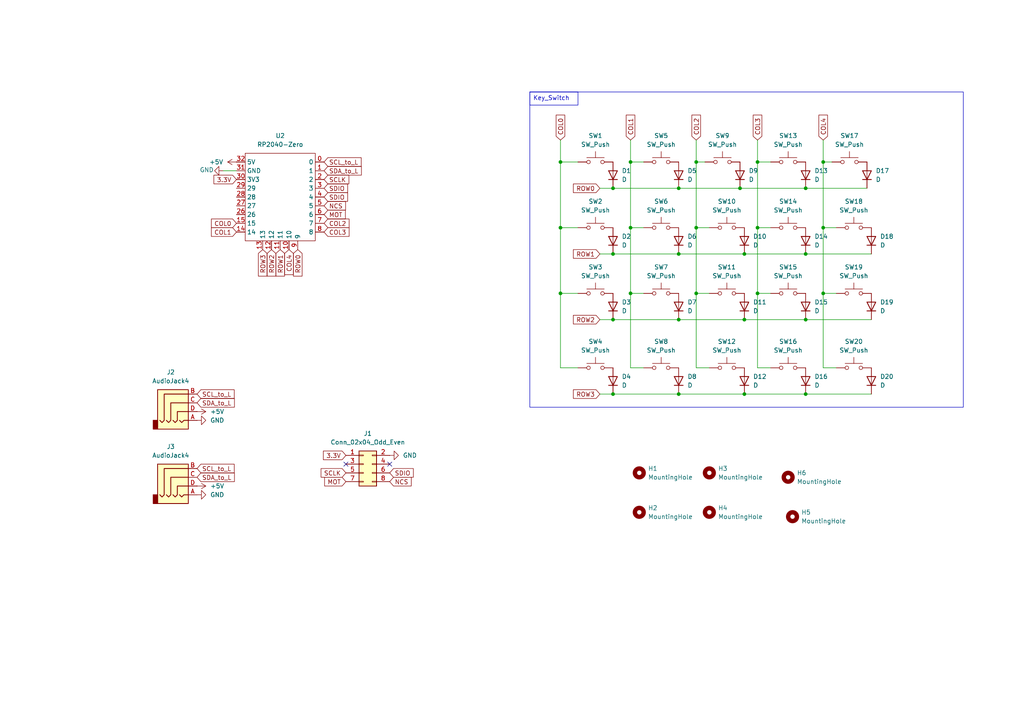
<source format=kicad_sch>
(kicad_sch (version 20250114) (generator "eeschema") (generator_version "9.0")
  (paper "A4")
  (lib_symbols
    (symbol "Connector_Audio:AudioJack4"
      (property "Reference" "J2" (at -2.54 8.89 0))
      (property "Value" "AudioJack4" (at -2.54 6.35 0))
      (symbol "AudioJack4_0_1"
        (rectangle (start -6.35 -5.08) (end -7.62 -7.62) (stroke (width 0.254)) (fill (type outline)))
        (polyline (pts (xy -5.715 -5.08) (xy -5.08 -5.715) (xy -4.445 -5.08) (xy -4.445 2.54) (xy 2.54 2.54)) (stroke (width 0.254)))
        (polyline (pts (xy -1.905 -5.08) (xy -1.27 -5.715) (xy -0.635 -5.08) (xy -0.635 -2.54) (xy 2.54 -2.54)) (stroke (width 0.254)))
        (polyline (pts (xy 0 -5.08) (xy 0.635 -5.715) (xy 1.27 -5.08) (xy 2.54 -5.08)) (stroke (width 0.254)))
        (rectangle (start 2.54 3.81) (end -6.35 -7.62) (stroke (width 0.254)) (fill (type background)))
        (polyline (pts (xy 2.54 0) (xy -2.54 0) (xy -2.54 -5.08) (xy -3.175 -5.715) (xy -3.81 -5.08)) (stroke (width 0.254)))
      )
      (symbol "AudioJack4_1_1"
        (pin passive line (at 5.08 2.54 180) (length 2.54) (name "~") (number "B"))
        (pin passive line (at 5.08 0 180) (length 2.54) (name "~") (number "C"))
        (pin passive line (at 5.08 -2.54 180) (length 2.54) (name "~") (number "D"))
        (pin passive line (at 5.08 -5.08 180) (length 2.54) (name "~") (number "A"))
      )
    )
    (symbol "Connector_Generic:Conn_02x04_Odd_Even" (pin_names (offset 1.016) (hide yes))
      (property "Reference" "J" (at 1.27 5.08 0))
      (property "Value" "Conn_02x04_Odd_Even" (at 1.27 -7.62 0))
      (symbol "Conn_02x04_Odd_Even_1_1"
        (rectangle (start -1.27 3.81) (end 3.81 -6.35) (stroke (width 0.254)) (fill (type background)))
        (rectangle (start -1.27 2.667) (end 0 2.413) (stroke (width 0.1524)))
        (rectangle (start -1.27 0.127) (end 0 -0.127) (stroke (width 0.1524)))
        (rectangle (start -1.27 -2.413) (end 0 -2.667) (stroke (width 0.1524)))
        (rectangle (start -1.27 -4.953) (end 0 -5.207) (stroke (width 0.1524)))
        (rectangle (start 3.81 2.667) (end 2.54 2.413) (stroke (width 0.1524)))
        (rectangle (start 3.81 0.127) (end 2.54 -0.127) (stroke (width 0.1524)))
        (rectangle (start 3.81 -2.413) (end 2.54 -2.667) (stroke (width 0.1524)))
        (rectangle (start 3.81 -4.953) (end 2.54 -5.207) (stroke (width 0.1524)))
        (pin passive line (at -5.08 2.54 0) (length 3.81) (name "Pin_1") (number "1"))
        (pin passive line (at -5.08 0 0) (length 3.81) (name "Pin_3") (number "3"))
        (pin passive line (at -5.08 -2.54 0) (length 3.81) (name "Pin_5") (number "5"))
        (pin passive line (at -5.08 -5.08 0) (length 3.81) (name "Pin_7") (number "7"))
        (pin passive line (at 7.62 2.54 180) (length 3.81) (name "Pin_2") (number "2"))
        (pin passive line (at 7.62 0 180) (length 3.81) (name "Pin_4") (number "4"))
        (pin passive line (at 7.62 -2.54 180) (length 3.81) (name "Pin_6") (number "6"))
        (pin passive line (at 7.62 -5.08 180) (length 3.81) (name "Pin_8") (number "8"))
      )
    )
    (symbol "Device:D" (pin_numbers (hide yes)) (pin_names (offset 1.016) (hide yes))
      (property "Reference" "D" (at 0 2.54 0))
      (property "Value" "D" (at 0 -2.54 0))
      (symbol "D_0_1"
        (polyline (pts (xy -1.27 1.27) (xy -1.27 -1.27)) (stroke (width 0.254)))
        (polyline (pts (xy 1.27 1.27) (xy 1.27 -1.27) (xy -1.27 0) (xy 1.27 1.27)) (stroke (width 0.254)))
        (polyline (pts (xy 1.27 0) (xy -1.27 0)))
      )
      (symbol "D_1_1"
        (pin passive line (at -3.81 0 0) (length 2.54) (name "K") (number "1"))
        (pin passive line (at 3.81 0 180) (length 2.54) (name "A") (number "2"))
      )
    )
    (symbol "GND_1" (power) (pin_numbers (hide yes)) (pin_names (offset 0) (hide yes))
      (property "Value" "GND" (at 0 -3.81 0))
      (symbol "GND_1_0_1"
        (polyline (pts (xy 0 0) (xy 0 -1.27) (xy 1.27 -1.27) (xy 0 -2.54) (xy -1.27 -1.27) (xy 0 -1.27)))
      )
      (symbol "GND_1_1_1"
        (pin power_in line (at 0 0 270) (length 0) (name "~") (number "1"))
      )
    )
    (symbol "GND_2" (power) (pin_numbers (hide yes)) (pin_names (offset 0) (hide yes))
      (property "Value" "GND" (at 0 -3.81 0))
      (symbol "GND_2_0_1"
        (polyline (pts (xy 0 0) (xy 0 -1.27) (xy 1.27 -1.27) (xy 0 -2.54) (xy -1.27 -1.27) (xy 0 -1.27)))
      )
      (symbol "GND_2_1_1"
        (pin power_in line (at 0 0 270) (length 0) (name "~") (number "1"))
      )
    )
    (symbol "Mechanical:MountingHole" (pin_names (offset 1.016))
      (property "Reference" "H" (at 0 5.08 0))
      (property "Value" "MountingHole" (at 0 3.175 0))
      (symbol "MountingHole_0_1"
        (circle (center 0 0) (radius 1.27) (stroke (width 1.27)))
      )
    )
    (symbol "MountingHole_1" (pin_names (offset 1.016)) (in_bom no)
      (property "Reference" "H" (at 0 5.08 0))
      (property "Value" "MountingHole" (at 0 3.175 0))
      (symbol "MountingHole_1_0_1"
        (circle (center 0 0) (radius 1.27) (stroke (width 1.27)))
      )
    )
    (symbol "Switch:SW_Push" (pin_numbers (hide yes)) (pin_names (offset 1.016) (hide yes))
      (property "Reference" "SW" (at 1.27 2.54 0))
      (property "Value" "SW_Push" (at 0 -1.524 0))
      (symbol "SW_Push_0_1"
        (circle (center -2.032 0) (radius 0.508))
        (polyline (pts (xy 0 1.27) (xy 0 3.048)))
        (circle (center 2.032 0) (radius 0.508))
        (polyline (pts (xy 2.54 1.27) (xy -2.54 1.27)))
        (pin passive line (at -5.08 0 0) (length 2.54) (name "1") (number "1"))
        (pin passive line (at 5.08 0 180) (length 2.54) (name "2") (number "2"))
      )
    )
    (symbol "isw-mcu:RP2040-Zero"
      (property "Reference" "U" (at 0 17.78 0))
      (property "Value" "RP2040-Zero" (at 0 15.24 0))
      (symbol "RP2040-Zero_0_1"
        (rectangle (start -10.16 12.7) (end 10.16 -12.7))
      )
      (symbol "RP2040-Zero_1_1"
        (pin power_out line (at -12.7 10.16 0) (length 2.54) (name "5V") (number "32"))
        (pin power_in line (at -12.7 7.62 0) (length 2.54) (name "GND") (number "31"))
        (pin power_out line (at -12.7 5.08 0) (length 2.54) (name "3V3") (number "30"))
        (pin bidirectional line (at -12.7 2.54 0) (length 2.54) (name "29") (number "29"))
        (pin bidirectional line (at -12.7 0 0) (length 2.54) (name "28") (number "28"))
        (pin bidirectional line (at -12.7 -2.54 0) (length 2.54) (name "27") (number "27"))
        (pin bidirectional line (at -12.7 -5.08 0) (length 2.54) (name "26") (number "26"))
        (pin bidirectional line (at -12.7 -7.62 0) (length 2.54) (name "15") (number "15"))
        (pin bidirectional line (at -12.7 -10.16 0) (length 2.54) (name "14") (number "14"))
        (pin bidirectional line (at -5.08 -15.24 90) (length 2.54) (name "13") (number "13"))
        (pin bidirectional line (at -2.54 -15.24 90) (length 2.54) (name "12") (number "12"))
        (pin bidirectional line (at 0 -15.24 90) (length 2.54) (name "11") (number "11"))
        (pin bidirectional line (at 2.54 -15.24 90) (length 2.54) (name "10") (number "10"))
        (pin bidirectional line (at 5.08 -15.24 90) (length 2.54) (name "9") (number "9"))
        (pin tri_state line (at 12.7 10.16 180) (length 2.54) (name "0") (number "0"))
        (pin bidirectional line (at 12.7 7.62 180) (length 2.54) (name "1") (number "1"))
        (pin bidirectional line (at 12.7 5.08 180) (length 2.54) (name "2") (number "2"))
        (pin bidirectional line (at 12.7 2.54 180) (length 2.54) (name "3") (number "3"))
        (pin bidirectional line (at 12.7 0 180) (length 2.54) (name "4") (number "4"))
        (pin bidirectional line (at 12.7 -2.54 180) (length 2.54) (name "5") (number "5"))
        (pin bidirectional line (at 12.7 -5.08 180) (length 2.54) (name "6") (number "6"))
        (pin bidirectional line (at 12.7 -7.62 180) (length 2.54) (name "7") (number "7"))
        (pin bidirectional line (at 12.7 -10.16 180) (length 2.54) (name "8") (number "8"))
      )
    )
    (symbol "power:+5V" (power) (pin_numbers (hide yes)) (pin_names (offset 0) (hide yes))
      (property "Value" "+5V" (at 0 3.556 0))
      (symbol "+5V_0_1"
        (polyline (pts (xy -0.762 1.27) (xy 0 2.54)))
        (polyline (pts (xy 0 2.54) (xy 0.762 1.27)))
        (polyline (pts (xy 0 0) (xy 0 2.54)))
      )
      (symbol "+5V_1_1"
        (pin power_in line (at 0 0 90) (length 0) (name "~") (number "1"))
      )
    )
    (symbol "power:GND" (power) (pin_names (offset 0))
      (property "Value" "GND" (at 0 -3.81 0))
      (symbol "GND_0_1"
        (polyline (pts (xy 0 0) (xy 0 -1.27) (xy 1.27 -1.27) (xy 0 -2.54) (xy -1.27 -1.27) (xy 0 -1.27)))
      )
      (symbol "GND_1_1"
        (pin power_in line (at 0 0 270) (length 0) (hide yes) (name "GND") (number "1"))
      )
    )
  )
  (rectangle (start 153.67 26.67) (end 279.4 118.11))
  (text_box "Key_Switch" (at 153.67 26.67 0) (size 13.97 3.81) (margins 0.9525 0.9525 0.9525 0.9525) (effects (font (size 1.27 1.27)) (justify left top)))
  (junction (at 201.93 46.99))
  (junction (at 177.8 54.61))
  (junction (at 196.85 54.61))
  (junction (at 238.76 85.09))
  (junction (at 201.93 66.04))
  (junction (at 162.56 85.09))
  (junction (at 196.85 73.66))
  (junction (at 215.9 92.71))
  (junction (at 162.56 46.99))
  (junction (at 196.85 92.71))
  (junction (at 201.93 85.09))
  (junction (at 182.88 85.09))
  (junction (at 182.88 46.99))
  (junction (at 219.71 66.04))
  (junction (at 233.68 73.66))
  (junction (at 177.8 73.66))
  (junction (at 196.85 114.3))
  (junction (at 219.71 46.99))
  (junction (at 233.68 54.61))
  (junction (at 233.68 114.3))
  (junction (at 182.88 66.04))
  (junction (at 177.8 92.71))
  (junction (at 219.71 85.09))
  (junction (at 177.8 114.3))
  (junction (at 238.76 46.99))
  (junction (at 233.68 92.71))
  (junction (at 162.56 66.04))
  (junction (at 214.63 54.61))
  (junction (at 215.9 73.66))
  (junction (at 215.9 114.3))
  (junction (at 238.76 66.04))
  (no_connect (at 113.03 134.62))
  (no_connect (at 100.33 134.62))
  (wire (pts (xy 182.88 40.64) (xy 182.88 46.99)))
  (wire (pts (xy 162.56 106.68) (xy 167.64 106.68)))
  (wire (pts (xy 182.88 46.99) (xy 186.69 46.99)))
  (wire (pts (xy 215.9 92.71) (xy 233.68 92.71)))
  (wire (pts (xy 219.71 106.68) (xy 223.52 106.68)))
  (wire (pts (xy 182.88 85.09) (xy 186.69 85.09)))
  (wire (pts (xy 64.77 49.53) (xy 68.58 49.53)))
  (wire (pts (xy 201.93 66.04) (xy 205.74 66.04)))
  (wire (pts (xy 238.76 85.09) (xy 242.57 85.09)))
  (wire (pts (xy 215.9 114.3) (xy 233.68 114.3)))
  (wire (pts (xy 238.76 66.04) (xy 238.76 85.09)))
  (wire (pts (xy 233.68 92.71) (xy 252.73 92.71)))
  (wire (pts (xy 162.56 85.09) (xy 162.56 106.68)))
  (wire (pts (xy 173.99 54.61) (xy 177.8 54.61)))
  (wire (pts (xy 201.93 85.09) (xy 201.93 106.68)))
  (wire (pts (xy 182.88 66.04) (xy 182.88 85.09)))
  (wire (pts (xy 162.56 40.64) (xy 162.56 46.99)))
  (wire (pts (xy 238.76 46.99) (xy 238.76 66.04)))
  (wire (pts (xy 177.8 73.66) (xy 196.85 73.66)))
  (wire (pts (xy 182.88 66.04) (xy 186.69 66.04)))
  (wire (pts (xy 162.56 66.04) (xy 162.56 85.09)))
  (wire (pts (xy 177.8 54.61) (xy 196.85 54.61)))
  (wire (pts (xy 233.68 73.66) (xy 252.73 73.66)))
  (wire (pts (xy 162.56 66.04) (xy 167.64 66.04)))
  (wire (pts (xy 201.93 46.99) (xy 201.93 66.04)))
  (wire (pts (xy 219.71 85.09) (xy 223.52 85.09)))
  (wire (pts (xy 238.76 106.68) (xy 242.57 106.68)))
  (wire (pts (xy 173.99 73.66) (xy 177.8 73.66)))
  (wire (pts (xy 201.93 40.64) (xy 201.93 46.99)))
  (wire (pts (xy 196.85 54.61) (xy 214.63 54.61)))
  (wire (pts (xy 219.71 66.04) (xy 219.71 85.09)))
  (wire (pts (xy 182.88 106.68) (xy 186.69 106.68)))
  (wire (pts (xy 173.99 114.3) (xy 177.8 114.3)))
  (wire (pts (xy 201.93 106.68) (xy 205.74 106.68)))
  (wire (pts (xy 162.56 46.99) (xy 167.64 46.99)))
  (wire (pts (xy 219.71 40.64) (xy 219.71 46.99)))
  (wire (pts (xy 238.76 40.64) (xy 238.76 46.99)))
  (wire (pts (xy 182.88 85.09) (xy 182.88 106.68)))
  (wire (pts (xy 215.9 73.66) (xy 233.68 73.66)))
  (wire (pts (xy 173.99 92.71) (xy 177.8 92.71)))
  (wire (pts (xy 162.56 46.99) (xy 162.56 66.04)))
  (wire (pts (xy 201.93 66.04) (xy 201.93 85.09)))
  (wire (pts (xy 219.71 66.04) (xy 223.52 66.04)))
  (wire (pts (xy 215.9 114.3) (xy 196.85 114.3)))
  (wire (pts (xy 196.85 92.71) (xy 215.9 92.71)))
  (wire (pts (xy 177.8 114.3) (xy 196.85 114.3)))
  (wire (pts (xy 238.76 46.99) (xy 241.3 46.99)))
  (wire (pts (xy 182.88 46.99) (xy 182.88 66.04)))
  (wire (pts (xy 201.93 46.99) (xy 204.47 46.99)))
  (wire (pts (xy 201.93 85.09) (xy 205.74 85.09)))
  (wire (pts (xy 233.68 114.3) (xy 252.73 114.3)))
  (wire (pts (xy 238.76 66.04) (xy 242.57 66.04)))
  (wire (pts (xy 214.63 54.61) (xy 233.68 54.61)))
  (wire (pts (xy 177.8 92.71) (xy 196.85 92.71)))
  (wire (pts (xy 238.76 85.09) (xy 238.76 106.68)))
  (wire (pts (xy 162.56 85.09) (xy 167.64 85.09)))
  (wire (pts (xy 219.71 85.09) (xy 219.71 106.68)))
  (wire (pts (xy 219.71 46.99) (xy 223.52 46.99)))
  (wire (pts (xy 233.68 54.61) (xy 251.46 54.61)))
  (wire (pts (xy 196.85 73.66) (xy 215.9 73.66)))
  (wire (pts (xy 219.71 46.99) (xy 219.71 66.04)))
  (global_label "ROW2" (shape input) (at 173.99 92.71 180) (property "Intersheetrefs" "${INTERSHEET_REFS}" (effects (hide yes))))
  (global_label "COL3" (shape input) (at 93.98 67.31 0) (property "Intersheetrefs" "${INTERSHEET_REFS}" (effects (hide yes))))
  (global_label "SDA_to_L" (shape input) (at 57.15 138.43 0) (property "Intersheetrefs" "${INTERSHEET_REFS}" (effects (hide yes))))
  (global_label "MOT" (shape input) (at 100.33 139.7 180) (property "Intersheetrefs" "${INTERSHEET_REFS}" (effects (hide yes))))
  (global_label "COL1" (shape input) (at 182.88 40.64 90) (property "Intersheetrefs" "${INTERSHEET_REFS}" (effects (hide yes))))
  (global_label "3.3V" (shape input) (at 100.33 132.08 180) (property "Intersheetrefs" "${INTERSHEET_REFS}" (effects (hide yes))))
  (global_label "COL2" (shape input) (at 93.98 64.77 0) (property "Intersheetrefs" "${INTERSHEET_REFS}" (effects (hide yes))))
  (global_label "ROW1" (shape input) (at 81.28 72.39 270) (property "Intersheetrefs" "${INTERSHEET_REFS}" (effects (hide yes))))
  (global_label "COL2" (shape input) (at 201.93 40.64 90) (property "Intersheetrefs" "${INTERSHEET_REFS}" (effects (hide yes))))
  (global_label "SCL_to_L" (shape input) (at 57.15 114.3 0) (property "Intersheetrefs" "${INTERSHEET_REFS}" (effects (hide yes))))
  (global_label "SDA_to_L" (shape input) (at 57.15 116.84 0) (property "Intersheetrefs" "${INTERSHEET_REFS}" (effects (hide yes))))
  (global_label "SDA_to_L" (shape input) (at 93.98 49.53 0) (property "Intersheetrefs" "${INTERSHEET_REFS}" (effects (hide yes))))
  (global_label "ROW0" (shape input) (at 173.99 54.61 180) (property "Intersheetrefs" "${INTERSHEET_REFS}" (effects (hide yes))))
  (global_label "COL3" (shape input) (at 219.71 40.64 90) (property "Intersheetrefs" "${INTERSHEET_REFS}" (effects (hide yes))))
  (global_label "COL1" (shape input) (at 68.58 67.31 180) (property "Intersheetrefs" "${INTERSHEET_REFS}" (effects (hide yes))))
  (global_label "ROW3" (shape input) (at 173.99 114.3 180) (property "Intersheetrefs" "${INTERSHEET_REFS}" (effects (hide yes))))
  (global_label "ROW0" (shape input) (at 86.36 72.39 270) (property "Intersheetrefs" "${INTERSHEET_REFS}" (effects (hide yes))))
  (global_label "ROW1" (shape input) (at 173.99 73.66 180) (property "Intersheetrefs" "${INTERSHEET_REFS}" (effects (hide yes))))
  (global_label "ROW3" (shape input) (at 76.2 72.39 270) (property "Intersheetrefs" "${INTERSHEET_REFS}" (effects (hide yes))))
  (global_label "COL4" (shape input) (at 238.76 40.64 90) (property "Intersheetrefs" "${INTERSHEET_REFS}" (effects (hide yes))))
  (global_label "SDIO" (shape input) (at 93.98 54.61 0) (property "Intersheetrefs" "${INTERSHEET_REFS}" (effects (hide yes))))
  (global_label "COL0" (shape input) (at 162.56 40.64 90) (property "Intersheetrefs" "${INTERSHEET_REFS}" (effects (hide yes))))
  (global_label "NCS" (shape input) (at 93.98 59.69 0) (property "Intersheetrefs" "${INTERSHEET_REFS}" (effects (hide yes))))
  (global_label "SCL_to_L" (shape input) (at 57.15 135.89 0) (property "Intersheetrefs" "${INTERSHEET_REFS}" (effects (hide yes))))
  (global_label "SCLK" (shape input) (at 100.33 137.16 180) (property "Intersheetrefs" "${INTERSHEET_REFS}" (effects (hide yes))))
  (global_label "SCL_to_L" (shape input) (at 93.98 46.99 0) (property "Intersheetrefs" "${INTERSHEET_REFS}" (effects (hide yes))))
  (global_label "COL0" (shape input) (at 68.58 64.77 180) (property "Intersheetrefs" "${INTERSHEET_REFS}" (effects (hide yes))))
  (global_label "SDIO" (shape input) (at 113.03 137.16 0) (property "Intersheetrefs" "${INTERSHEET_REFS}" (effects (hide yes))))
  (global_label "3.3V" (shape input) (at 68.58 52.07 180) (property "Intersheetrefs" "${INTERSHEET_REFS}" (effects (hide yes))))
  (global_label "SDIO" (shape input) (at 93.98 57.15 0) (property "Intersheetrefs" "${INTERSHEET_REFS}" (effects (hide yes))))
  (global_label "COL4" (shape input) (at 83.82 72.39 270) (property "Intersheetrefs" "${INTERSHEET_REFS}" (effects (hide yes))))
  (global_label "NCS" (shape input) (at 113.03 139.7 0) (property "Intersheetrefs" "${INTERSHEET_REFS}" (effects (hide yes))))
  (global_label "ROW2" (shape input) (at 78.74 72.39 270) (property "Intersheetrefs" "${INTERSHEET_REFS}" (effects (hide yes))))
  (global_label "SCLK" (shape input) (at 93.98 52.07 0) (property "Intersheetrefs" "${INTERSHEET_REFS}" (effects (hide yes))))
  (global_label "MOT" (shape input) (at 93.98 62.23 0) (property "Intersheetrefs" "${INTERSHEET_REFS}" (effects (hide yes))))
  (symbol (lib_id "Device:D") (at 215.9 88.9 90) (unit 1)
    (property "Reference" "D11" (at 218.44 87.63 90) (effects (justify right)))
    (property "Value" "D" (at 218.44 90.17 90) (effects (justify right)))
    (property "Footprint" "footprints:1N4148W" (effects (hide yes)))
    (property "Sim.Device" "D" (effects (hide yes)))
    (property "Sim.Pins" "1=K 2=A" (effects (hide yes)))
    (property "LCSC" "C81598" (effects (hide yes)))
  )
  (symbol (lib_id "Switch:SW_Push") (at 191.77 46.99 0) (unit 1)
    (property "Reference" "SW5" (at 191.77 39.37 0))
    (property "Value" "SW_Push" (at 191.77 41.91 0))
    (property "Footprint" "footprints:MX_socket" (effects (hide yes)))
  )
  (symbol (lib_id "Device:D") (at 214.63 50.8 90) (unit 1)
    (property "Reference" "D9" (at 217.17 49.53 90) (effects (justify right)))
    (property "Value" "D" (at 217.17 52.07 90) (effects (justify right)))
    (property "Footprint" "footprints:1N4148W" (effects (hide yes)))
    (property "Sim.Device" "D" (effects (hide yes)))
    (property "Sim.Pins" "1=K 2=A" (effects (hide yes)))
    (property "LCSC" "C81598" (effects (hide yes)))
  )
  (symbol (lib_id "Switch:SW_Push") (at 191.77 66.04 0) (unit 1)
    (property "Reference" "SW6" (at 191.77 58.42 0))
    (property "Value" "SW_Push" (at 191.77 60.96 0))
    (property "Footprint" "footprints:MX_socket" (effects (hide yes)))
  )
  (symbol (lib_id "Switch:SW_Push") (at 247.65 66.04 0) (unit 1)
    (property "Reference" "SW18" (at 247.65 58.42 0))
    (property "Value" "SW_Push" (at 247.65 60.96 0))
    (property "Footprint" "footprints:MX_socket" (effects (hide yes)))
  )
  (symbol (lib_name "MountingHole_1") (lib_id "Mechanical:MountingHole") (at 228.6 138.43 0) (unit 1) (in_bom no)
    (property "Reference" "H6" (at 231.14 137.1599 0) (effects (justify left)))
    (property "Value" "MountingHole" (at 231.14 139.6999 0) (effects (justify left)))
    (property "Footprint" "MountingHole:MountingHole_4.3mm_M4" (effects (hide yes)))
    (property "Description" "Mounting Hole without connection" (effects (hide yes)))
  )
  (symbol (lib_id "Switch:SW_Push") (at 210.82 66.04 0) (unit 1)
    (property "Reference" "SW10" (at 210.82 58.42 0))
    (property "Value" "SW_Push" (at 210.82 60.96 0))
    (property "Footprint" "footprints:MX_socket" (effects (hide yes)))
  )
  (symbol (lib_id "Switch:SW_Push") (at 191.77 85.09 0) (unit 1)
    (property "Reference" "SW7" (at 191.77 77.47 0))
    (property "Value" "SW_Push" (at 191.77 80.01 0))
    (property "Footprint" "footprints:MX_socket" (effects (hide yes)))
  )
  (symbol (lib_id "Mechanical:MountingHole") (at 185.42 137.16 0) (unit 1)
    (property "Reference" "H1" (at 187.96 135.89 0) (effects (justify left)))
    (property "Value" "MountingHole" (at 187.96 138.43 0) (effects (justify left)))
    (property "Footprint" "MountingHole:MountingHole_4.3mm_M4" (effects (hide yes)))
  )
  (symbol (lib_id "power:GND") (at 64.77 49.53 270) (unit 1)
    (property "Reference" "#PWR01" (effects (hide yes)))
    (property "Value" "GND" (at 57.912 49.276 90) (effects (justify left)))
  )
  (symbol (lib_name "GND_1") (lib_id "power:GND") (at 57.15 143.51 90) (unit 1)
    (property "Reference" "#PWR05" (effects (hide yes)))
    (property "Value" "GND" (at 60.96 143.5099 90) (effects (justify right)))
    (property "Description" "Power symbol creates a global label with name \"GND\" , ground" (effects (hide yes)))
  )
  (symbol (lib_id "Device:D") (at 215.9 110.49 90) (unit 1)
    (property "Reference" "D12" (at 218.44 109.22 90) (effects (justify right)))
    (property "Value" "D" (at 218.44 111.76 90) (effects (justify right)))
    (property "Footprint" "footprints:1N4148W" (effects (hide yes)))
    (property "Sim.Device" "D" (effects (hide yes)))
    (property "Sim.Pins" "1=K 2=A" (effects (hide yes)))
    (property "LCSC" "C81598" (effects (hide yes)))
  )
  (symbol (lib_id "Connector_Generic:Conn_02x04_Odd_Even") (at 105.41 134.62 0) (unit 1)
    (property "Reference" "J1" (at 106.68 125.73 0))
    (property "Value" "Conn_02x04_Odd_Even" (at 106.68 128.27 0))
    (property "Footprint" "Connector_PinSocket_2.54mm:PinSocket_2x04_P2.54mm_Vertical" (effects (hide yes)))
    (property "Description" "Generic connector, double row, 02x04, odd/even pin numbering scheme (row 1 odd numbers, row 2 even numbers), script generated (kicad-library-utils/schlib/autogen/connector/)" (effects (hide yes)))
  )
  (symbol (lib_id "Switch:SW_Push") (at 209.55 46.99 0) (unit 1)
    (property "Reference" "SW9" (at 209.55 39.37 0))
    (property "Value" "SW_Push" (at 209.55 41.91 0))
    (property "Footprint" "footprints:MX_socket" (effects (hide yes)))
  )
  (symbol (lib_id "Switch:SW_Push") (at 172.72 46.99 0) (unit 1)
    (property "Reference" "SW1" (at 172.72 39.37 0))
    (property "Value" "SW_Push" (at 172.72 41.91 0))
    (property "Footprint" "footprints:MX_socket" (effects (hide yes)))
  )
  (symbol (lib_id "Device:D") (at 196.85 69.85 90) (unit 1)
    (property "Reference" "D6" (at 199.39 68.58 90) (effects (justify right)))
    (property "Value" "D" (at 199.39 71.12 90) (effects (justify right)))
    (property "Footprint" "footprints:1N4148W" (effects (hide yes)))
    (property "Sim.Device" "D" (effects (hide yes)))
    (property "Sim.Pins" "1=K 2=A" (effects (hide yes)))
    (property "LCSC" "C81598" (effects (hide yes)))
  )
  (symbol (lib_id "Switch:SW_Push") (at 228.6 106.68 0) (unit 1)
    (property "Reference" "SW16" (at 228.6 99.06 0))
    (property "Value" "SW_Push" (at 228.6 101.6 0))
    (property "Footprint" "footprints:MX_socket" (effects (hide yes)))
  )
  (symbol (lib_id "Switch:SW_Push") (at 172.72 106.68 0) (unit 1)
    (property "Reference" "SW4" (at 172.72 99.06 0))
    (property "Value" "SW_Push" (at 172.72 101.6 0))
    (property "Footprint" "footprints:MX_socket" (effects (hide yes)))
  )
  (symbol (lib_id "Switch:SW_Push") (at 228.6 85.09 0) (unit 1)
    (property "Reference" "SW15" (at 228.6 77.47 0))
    (property "Value" "SW_Push" (at 228.6 80.01 0))
    (property "Footprint" "footprints:MX_socket" (effects (hide yes)))
  )
  (symbol (lib_id "Device:D") (at 196.85 88.9 90) (unit 1)
    (property "Reference" "D7" (at 199.39 87.63 90) (effects (justify right)))
    (property "Value" "D" (at 199.39 90.17 90) (effects (justify right)))
    (property "Footprint" "footprints:1N4148W" (effects (hide yes)))
    (property "Sim.Device" "D" (effects (hide yes)))
    (property "Sim.Pins" "1=K 2=A" (effects (hide yes)))
    (property "LCSC" "C81598" (effects (hide yes)))
  )
  (symbol (lib_id "Device:D") (at 196.85 50.8 90) (unit 1)
    (property "Reference" "D5" (at 199.39 49.53 90) (effects (justify right)))
    (property "Value" "D" (at 199.39 52.07 90) (effects (justify right)))
    (property "Footprint" "footprints:1N4148W" (effects (hide yes)))
    (property "Sim.Device" "D" (effects (hide yes)))
    (property "Sim.Pins" "1=K 2=A" (effects (hide yes)))
    (property "LCSC" "C81598" (effects (hide yes)))
  )
  (symbol (lib_id "Switch:SW_Push") (at 191.77 106.68 0) (unit 1)
    (property "Reference" "SW8" (at 191.77 99.06 0))
    (property "Value" "SW_Push" (at 191.77 101.6 0))
    (property "Footprint" "footprints:MX_socket" (effects (hide yes)))
  )
  (symbol (lib_id "Switch:SW_Push") (at 228.6 66.04 0) (unit 1)
    (property "Reference" "SW14" (at 228.6 58.42 0))
    (property "Value" "SW_Push" (at 228.6 60.96 0))
    (property "Footprint" "footprints:MX_socket" (effects (hide yes)))
  )
  (symbol (lib_name "GND_1") (lib_id "power:GND") (at 57.15 121.92 90) (unit 1)
    (property "Reference" "#PWR02" (effects (hide yes)))
    (property "Value" "GND" (at 60.96 121.9199 90) (effects (justify right)))
    (property "Description" "Power symbol creates a global label with name \"GND\" , ground" (effects (hide yes)))
  )
  (symbol (lib_id "Switch:SW_Push") (at 210.82 85.09 0) (unit 1)
    (property "Reference" "SW11" (at 210.82 77.47 0))
    (property "Value" "SW_Push" (at 210.82 80.01 0))
    (property "Footprint" "footprints:MX_socket" (effects (hide yes)))
  )
  (symbol (lib_id "Device:D") (at 233.68 88.9 90) (unit 1)
    (property "Reference" "D15" (at 236.22 87.63 90) (effects (justify right)))
    (property "Value" "D" (at 236.22 90.17 90) (effects (justify right)))
    (property "Footprint" "footprints:1N4148W" (effects (hide yes)))
    (property "Sim.Device" "D" (effects (hide yes)))
    (property "Sim.Pins" "1=K 2=A" (effects (hide yes)))
    (property "LCSC" "C81598" (effects (hide yes)))
  )
  (symbol (lib_id "Switch:SW_Push") (at 172.72 85.09 0) (unit 1)
    (property "Reference" "SW3" (at 172.72 77.47 0))
    (property "Value" "SW_Push" (at 172.72 80.01 0))
    (property "Footprint" "footprints:MX_socket" (effects (hide yes)))
  )
  (symbol (lib_id "Device:D") (at 252.73 69.85 90) (unit 1)
    (property "Reference" "D18" (at 255.27 68.5799 90) (effects (justify right)))
    (property "Value" "D" (at 255.27 71.1199 90) (effects (justify right)))
    (property "Footprint" "footprints:1N4148W" (effects (hide yes)))
    (property "Sim.Device" "D" (effects (hide yes)))
    (property "Sim.Pins" "1=K 2=A" (effects (hide yes)))
    (property "LCSC" "C81598" (effects (hide yes)))
  )
  (symbol (lib_id "isw-mcu:RP2040-Zero") (at 81.28 57.15 0) (unit 1)
    (property "Reference" "U2" (at 81.28 39.37 0))
    (property "Value" "RP2040-Zero" (at 81.28 41.91 0))
    (property "Footprint" "isw-kbd:RP2040-Zero-THT" (effects (hide yes)))
  )
  (symbol (lib_id "Device:D") (at 233.68 69.85 90) (unit 1)
    (property "Reference" "D14" (at 236.22 68.58 90) (effects (justify right)))
    (property "Value" "D" (at 236.22 71.12 90) (effects (justify right)))
    (property "Footprint" "footprints:1N4148W" (effects (hide yes)))
    (property "Sim.Device" "D" (effects (hide yes)))
    (property "Sim.Pins" "1=K 2=A" (effects (hide yes)))
    (property "LCSC" "C81598" (effects (hide yes)))
  )
  (symbol (lib_id "Mechanical:MountingHole") (at 205.74 137.16 0) (unit 1)
    (property "Reference" "H3" (at 208.28 135.89 0) (effects (justify left)))
    (property "Value" "MountingHole" (at 208.28 138.43 0) (effects (justify left)))
    (property "Footprint" "MountingHole:MountingHole_4.3mm_M4" (effects (hide yes)))
  )
  (symbol (lib_id "Connector_Audio:AudioJack4") (at 52.07 116.84 0) (unit 1)
    (property "Reference" "J2" (at 49.53 107.95 0))
    (property "Value" "AudioJack4" (at 49.53 110.49 0))
    (property "Footprint" "footprints:TRRS_PJ-320A" (effects (hide yes)))
  )
  (symbol (lib_id "power:+5V") (at 68.58 46.99 90) (unit 1)
    (property "Reference" "#PWR07" (effects (hide yes)))
    (property "Value" "+5V" (at 64.77 46.9899 90) (effects (justify left)))
    (property "Description" "Power symbol creates a global label with name \"+5V\"" (effects (hide yes)))
  )
  (symbol (lib_id "Device:D") (at 177.8 69.85 90) (unit 1)
    (property "Reference" "D2" (at 180.34 68.58 90) (effects (justify right)))
    (property "Value" "D" (at 180.34 71.12 90) (effects (justify right)))
    (property "Footprint" "footprints:1N4148W" (effects (hide yes)))
    (property "Sim.Device" "D" (effects (hide yes)))
    (property "Sim.Pins" "1=K 2=A" (effects (hide yes)))
    (property "LCSC" "C81598" (effects (hide yes)))
  )
  (symbol (lib_id "Device:D") (at 251.46 50.8 90) (unit 1)
    (property "Reference" "D17" (at 254 49.5299 90) (effects (justify right)))
    (property "Value" "D" (at 254 52.0699 90) (effects (justify right)))
    (property "Footprint" "footprints:1N4148W" (effects (hide yes)))
    (property "Sim.Device" "D" (effects (hide yes)))
    (property "Sim.Pins" "1=K 2=A" (effects (hide yes)))
    (property "LCSC" "C81598" (effects (hide yes)))
  )
  (symbol (lib_id "power:+5V") (at 57.15 119.38 270) (unit 1)
    (property "Reference" "#PWR010" (effects (hide yes)))
    (property "Value" "+5V" (at 60.96 119.3799 90) (effects (justify left)))
    (property "Description" "Power symbol creates a global label with name \"+5V\"" (effects (hide yes)))
  )
  (symbol (lib_id "Mechanical:MountingHole") (at 229.87 149.86 0) (unit 1)
    (property "Reference" "H5" (at 232.41 148.59 0) (effects (justify left)))
    (property "Value" "MountingHole" (at 232.41 151.13 0) (effects (justify left)))
    (property "Footprint" "MountingHole:MountingHole_4.3mm_M4" (effects (hide yes)))
  )
  (symbol (lib_id "Device:D") (at 233.68 50.8 90) (unit 1)
    (property "Reference" "D13" (at 236.22 49.53 90) (effects (justify right)))
    (property "Value" "D" (at 236.22 52.07 90) (effects (justify right)))
    (property "Footprint" "footprints:1N4148W" (effects (hide yes)))
    (property "Sim.Device" "D" (effects (hide yes)))
    (property "Sim.Pins" "1=K 2=A" (effects (hide yes)))
    (property "LCSC" "C81598" (effects (hide yes)))
  )
  (symbol (lib_id "Device:D") (at 252.73 110.49 90) (unit 1)
    (property "Reference" "D20" (at 255.27 109.2199 90) (effects (justify right)))
    (property "Value" "D" (at 255.27 111.7599 90) (effects (justify right)))
    (property "Footprint" "footprints:1N4148W" (effects (hide yes)))
    (property "Sim.Device" "D" (effects (hide yes)))
    (property "Sim.Pins" "1=K 2=A" (effects (hide yes)))
    (property "LCSC" "C81598" (effects (hide yes)))
  )
  (symbol (lib_id "Switch:SW_Push") (at 172.72 66.04 0) (unit 1)
    (property "Reference" "SW2" (at 172.72 58.42 0))
    (property "Value" "SW_Push" (at 172.72 60.96 0))
    (property "Footprint" "footprints:MX_socket" (effects (hide yes)))
  )
  (symbol (lib_id "Switch:SW_Push") (at 210.82 106.68 0) (unit 1)
    (property "Reference" "SW12" (at 210.82 99.06 0))
    (property "Value" "SW_Push" (at 210.82 101.6 0))
    (property "Footprint" "footprints:MX_socket" (effects (hide yes)))
  )
  (symbol (lib_id "Device:D") (at 177.8 50.8 90) (unit 1)
    (property "Reference" "D1" (at 180.34 49.53 90) (effects (justify right)))
    (property "Value" "D" (at 180.34 52.07 90) (effects (justify right)))
    (property "Footprint" "footprints:1N4148W" (effects (hide yes)))
    (property "Sim.Device" "D" (effects (hide yes)))
    (property "Sim.Pins" "1=K 2=A" (effects (hide yes)))
    (property "LCSC" "C81598" (effects (hide yes)))
  )
  (symbol (lib_id "Device:D") (at 196.85 110.49 90) (unit 1)
    (property "Reference" "D8" (at 199.39 109.22 90) (effects (justify right)))
    (property "Value" "D" (at 199.39 111.76 90) (effects (justify right)))
    (property "Footprint" "footprints:1N4148W" (effects (hide yes)))
    (property "Sim.Device" "D" (effects (hide yes)))
    (property "Sim.Pins" "1=K 2=A" (effects (hide yes)))
    (property "LCSC" "C81598" (effects (hide yes)))
  )
  (symbol (lib_id "Switch:SW_Push") (at 247.65 85.09 0) (unit 1)
    (property "Reference" "SW19" (at 247.65 77.47 0))
    (property "Value" "SW_Push" (at 247.65 80.01 0))
    (property "Footprint" "footprints:MX_socket" (effects (hide yes)))
  )
  (symbol (lib_id "Device:D") (at 177.8 88.9 90) (unit 1)
    (property "Reference" "D3" (at 180.34 87.63 90) (effects (justify right)))
    (property "Value" "D" (at 180.34 90.17 90) (effects (justify right)))
    (property "Footprint" "footprints:1N4148W" (effects (hide yes)))
    (property "Sim.Device" "D" (effects (hide yes)))
    (property "Sim.Pins" "1=K 2=A" (effects (hide yes)))
    (property "LCSC" "C81598" (effects (hide yes)))
  )
  (symbol (lib_id "Connector_Audio:AudioJack4") (at 52.07 138.43 0) (unit 1)
    (property "Reference" "J3" (at 49.53 129.54 0))
    (property "Value" "AudioJack4" (at 49.53 132.08 0))
    (property "Footprint" "footprints:TRRS_PJ-320A" (effects (hide yes)))
  )
  (symbol (lib_id "Device:D") (at 252.73 88.9 90) (unit 1)
    (property "Reference" "D19" (at 255.27 87.6299 90) (effects (justify right)))
    (property "Value" "D" (at 255.27 90.1699 90) (effects (justify right)))
    (property "Footprint" "footprints:1N4148W" (effects (hide yes)))
    (property "Sim.Device" "D" (effects (hide yes)))
    (property "Sim.Pins" "1=K 2=A" (effects (hide yes)))
    (property "LCSC" "C81598" (effects (hide yes)))
  )
  (symbol (lib_id "Mechanical:MountingHole") (at 205.74 148.59 0) (unit 1)
    (property "Reference" "H4" (at 208.28 147.32 0) (effects (justify left)))
    (property "Value" "MountingHole" (at 208.28 149.86 0) (effects (justify left)))
    (property "Footprint" "MountingHole:MountingHole_4.3mm_M4" (effects (hide yes)))
  )
  (symbol (lib_id "Device:D") (at 177.8 110.49 90) (unit 1)
    (property "Reference" "D4" (at 180.34 109.22 90) (effects (justify right)))
    (property "Value" "D" (at 180.34 111.76 90) (effects (justify right)))
    (property "Footprint" "footprints:1N4148W" (effects (hide yes)))
    (property "Sim.Device" "D" (effects (hide yes)))
    (property "Sim.Pins" "1=K 2=A" (effects (hide yes)))
    (property "LCSC" "C81598" (effects (hide yes)))
  )
  (symbol (lib_id "Switch:SW_Push") (at 228.6 46.99 0) (unit 1)
    (property "Reference" "SW13" (at 228.6 39.37 0))
    (property "Value" "SW_Push" (at 228.6 41.91 0))
    (property "Footprint" "footprints:MX_socket" (effects (hide yes)))
  )
  (symbol (lib_id "Switch:SW_Push") (at 247.65 106.68 0) (unit 1)
    (property "Reference" "SW20" (at 247.65 99.06 0))
    (property "Value" "SW_Push" (at 247.65 101.6 0))
    (property "Footprint" "footprints:MX_socket" (effects (hide yes)))
  )
  (symbol (lib_id "Switch:SW_Push") (at 246.38 46.99 0) (unit 1)
    (property "Reference" "SW17" (at 246.38 39.37 0))
    (property "Value" "SW_Push" (at 246.38 41.91 0))
    (property "Footprint" "footprints:MX_socket" (effects (hide yes)))
  )
  (symbol (lib_id "Mechanical:MountingHole") (at 185.42 148.59 0) (unit 1)
    (property "Reference" "H2" (at 187.96 147.32 0) (effects (justify left)))
    (property "Value" "MountingHole" (at 187.96 149.86 0) (effects (justify left)))
    (property "Footprint" "MountingHole:MountingHole_4.3mm_M4" (effects (hide yes)))
  )
  (symbol (lib_id "Device:D") (at 215.9 69.85 90) (unit 1)
    (property "Reference" "D10" (at 218.44 68.58 90) (effects (justify right)))
    (property "Value" "D" (at 218.44 71.12 90) (effects (justify right)))
    (property "Footprint" "footprints:1N4148W" (effects (hide yes)))
    (property "Sim.Device" "D" (effects (hide yes)))
    (property "Sim.Pins" "1=K 2=A" (effects (hide yes)))
    (property "LCSC" "C81598" (effects (hide yes)))
  )
  (symbol (lib_name "GND_2") (lib_id "power:GND") (at 113.03 132.08 90) (mirror x) (unit 1)
    (property "Reference" "#PWR04" (effects (hide yes)))
    (property "Value" "GND" (at 116.84 132.0799 90) (effects (justify right)))
    (property "Description" "Power symbol creates a global label with name \"GND\" , ground" (effects (hide yes)))
  )
  (symbol (lib_id "power:+5V") (at 57.15 140.97 270) (unit 1)
    (property "Reference" "#PWR03" (effects (hide yes)))
    (property "Value" "+5V" (at 60.96 140.9699 90) (effects (justify left)))
    (property "Description" "Power symbol creates a global label with name \"+5V\"" (effects (hide yes)))
  )
  (symbol (lib_id "Device:D") (at 233.68 110.49 90) (unit 1)
    (property "Reference" "D16" (at 236.22 109.2199 90) (effects (justify right)))
    (property "Value" "D" (at 236.22 111.7599 90) (effects (justify right)))
    (property "Footprint" "footprints:1N4148W" (effects (hide yes)))
    (property "Sim.Device" "D" (effects (hide yes)))
    (property "Sim.Pins" "1=K 2=A" (effects (hide yes)))
    (property "LCSC" "C81598" (effects (hide yes)))
  )
)
</source>
